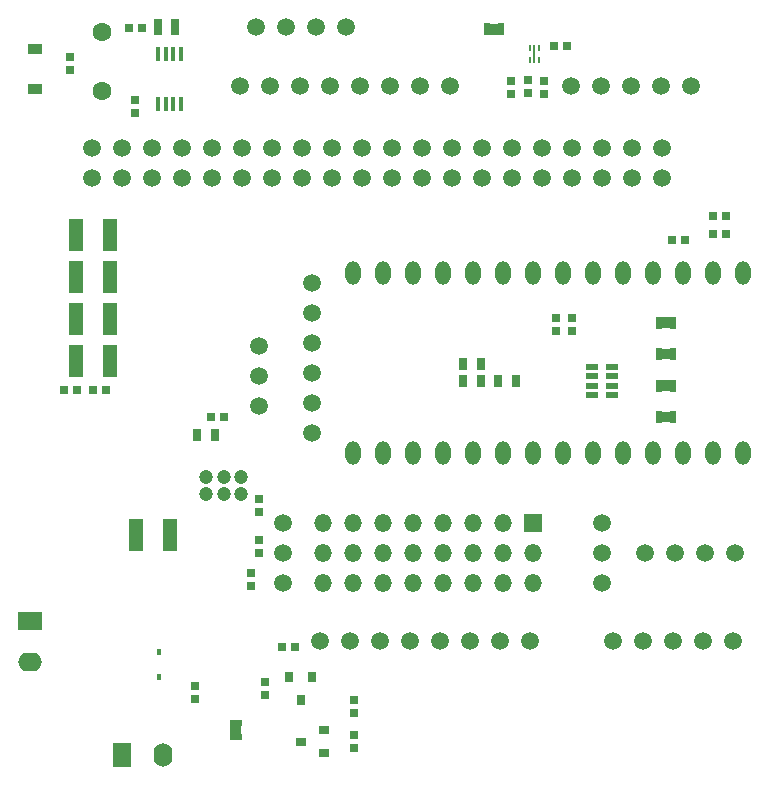
<source format=gbs>
G04 #@! TF.FileFunction,Soldermask,Bot*
%FSLAX46Y46*%
G04 Gerber Fmt 4.6, Leading zero omitted, Abs format (unit mm)*
G04 Created by KiCad (PCBNEW 4.0.6) date 09/14/17 13:16:33*
%MOMM*%
%LPD*%
G01*
G04 APERTURE LIST*
%ADD10C,0.100000*%
%ADD11C,0.500000*%
%ADD12C,1.506220*%
%ADD13O,1.300000X2.000000*%
%ADD14R,0.802640X1.102360*%
%ADD15R,0.701040X0.802640*%
%ADD16R,1.153160X2.753360*%
%ADD17R,0.450000X0.590000*%
%ADD18R,0.600000X1.000000*%
%ADD19R,1.000000X0.600000*%
%ADD20R,0.802640X0.701040*%
%ADD21R,1.102360X0.622300*%
%ADD22R,0.797560X0.899160*%
%ADD23R,0.899160X0.797560*%
%ADD24C,1.500000*%
%ADD25R,2.000000X1.600000*%
%ADD26O,2.000000X1.600000*%
%ADD27R,1.600000X2.000000*%
%ADD28O,1.600000X2.000000*%
%ADD29C,1.200000*%
%ADD30R,1.500000X1.500000*%
%ADD31O,1.500000X1.500000*%
%ADD32C,1.600000*%
%ADD33R,0.450000X1.200000*%
%ADD34R,0.200000X0.600000*%
%ADD35R,0.200000X1.600000*%
%ADD36R,0.700000X1.400000*%
%ADD37R,1.198880X0.848360*%
G04 APERTURE END LIST*
D10*
D11*
X131553000Y-85220000D02*
X132353000Y-85220000D01*
X132353000Y-85220000D02*
X132353000Y-85020000D01*
X132353000Y-85020000D02*
X131553000Y-85020000D01*
X131553000Y-85020000D02*
X131553000Y-84820000D01*
X131553000Y-84820000D02*
X132353000Y-84820000D01*
X131553000Y-82553000D02*
X132353000Y-82553000D01*
X132353000Y-82553000D02*
X132353000Y-82353000D01*
X132353000Y-82353000D02*
X131553000Y-82353000D01*
X131553000Y-82353000D02*
X131553000Y-82153000D01*
X131553000Y-82153000D02*
X132353000Y-82153000D01*
X131553000Y-79886000D02*
X132353000Y-79886000D01*
X132353000Y-79886000D02*
X132353000Y-79686000D01*
X132353000Y-79686000D02*
X131553000Y-79686000D01*
X131553000Y-79686000D02*
X131553000Y-79486000D01*
X131553000Y-79486000D02*
X132353000Y-79486000D01*
X131553000Y-77219000D02*
X132353000Y-77219000D01*
X132353000Y-77219000D02*
X132353000Y-77019000D01*
X132353000Y-77019000D02*
X131553000Y-77019000D01*
X131553000Y-77019000D02*
X131553000Y-76819000D01*
X131553000Y-76819000D02*
X132353000Y-76819000D01*
X95300000Y-111100000D02*
X95300000Y-111900000D01*
X95300000Y-111900000D02*
X95500000Y-111900000D01*
X95500000Y-111900000D02*
X95500000Y-111100000D01*
X95500000Y-111100000D02*
X95700000Y-111100000D01*
X95700000Y-111100000D02*
X95700000Y-111900000D01*
X116950000Y-52400000D02*
X117750000Y-52400000D01*
X117750000Y-52400000D02*
X117750000Y-52200000D01*
X117750000Y-52200000D02*
X116950000Y-52200000D01*
X116950000Y-52200000D02*
X116950000Y-52000000D01*
X116950000Y-52000000D02*
X117750000Y-52000000D01*
D12*
X95885000Y-57023000D03*
X98425000Y-57023000D03*
X100965000Y-57023000D03*
X103505000Y-57023000D03*
X106045000Y-57023000D03*
X108585000Y-57023000D03*
X111125000Y-57023000D03*
X113665000Y-57023000D03*
X102000000Y-86350000D03*
X102000000Y-83810000D03*
X102000000Y-81270000D03*
X102000000Y-78730000D03*
X102000000Y-76190000D03*
X102000000Y-73650000D03*
X102610000Y-104000000D03*
X105150000Y-104000000D03*
X107690000Y-104000000D03*
X110230000Y-104000000D03*
X112770000Y-104000000D03*
X115310000Y-104000000D03*
X117850000Y-104000000D03*
X120390000Y-104000000D03*
D13*
X138430000Y-88068000D03*
X138430000Y-72828000D03*
X135890000Y-88068000D03*
X135890000Y-72828000D03*
X133350000Y-88068000D03*
X133350000Y-72828000D03*
X130810000Y-88068000D03*
X130810000Y-72828000D03*
X128270000Y-88068000D03*
X128270000Y-72828000D03*
X125730000Y-88068000D03*
X125730000Y-72828000D03*
X123190000Y-88068000D03*
X123190000Y-72828000D03*
X120650000Y-88068000D03*
X120650000Y-72828000D03*
X118110000Y-88068000D03*
X118110000Y-72828000D03*
X115570000Y-88068000D03*
X115570000Y-72828000D03*
X113030000Y-88068000D03*
X113030000Y-72828000D03*
X110490000Y-88068000D03*
X110490000Y-72828000D03*
X107950000Y-88068000D03*
X107950000Y-72828000D03*
X105410000Y-88068000D03*
X105410000Y-72828000D03*
D14*
X116249300Y-80500000D03*
X114750700Y-80500000D03*
D15*
X94548640Y-85000000D03*
X93451360Y-85000000D03*
D14*
X93749300Y-86500000D03*
X92250700Y-86500000D03*
D16*
X81991200Y-80264000D03*
X84886800Y-80264000D03*
X81991200Y-73152000D03*
X84886800Y-73152000D03*
X81991200Y-69596000D03*
X84886800Y-69596000D03*
X81991200Y-76708000D03*
X84886800Y-76708000D03*
X89947800Y-95000000D03*
X87052200Y-95000000D03*
D17*
X89000000Y-104945000D03*
X89000000Y-107055000D03*
D12*
X97500000Y-78960000D03*
X97500000Y-81500000D03*
X97500000Y-84040000D03*
X130190000Y-96500000D03*
X132730000Y-96500000D03*
X135270000Y-96500000D03*
X137810000Y-96500000D03*
X99500000Y-93960000D03*
X99500000Y-96500000D03*
X99500000Y-99040000D03*
X126500000Y-93960000D03*
X126500000Y-96500000D03*
X126500000Y-99040000D03*
X123920000Y-57000000D03*
X126460000Y-57000000D03*
X129000000Y-57000000D03*
X131540000Y-57000000D03*
X134080000Y-57000000D03*
X127420000Y-104000000D03*
X129960000Y-104000000D03*
X132500000Y-104000000D03*
X135040000Y-104000000D03*
X137580000Y-104000000D03*
D18*
X131353000Y-85020000D03*
X132553000Y-85020000D03*
X131353000Y-82353000D03*
X132553000Y-82353000D03*
X131353000Y-79686000D03*
X132553000Y-79686000D03*
X131353000Y-77019000D03*
X132553000Y-77019000D03*
D19*
X95500000Y-110900000D03*
X95500000Y-112100000D03*
D14*
X119249300Y-82000000D03*
X117750700Y-82000000D03*
X116249300Y-82000000D03*
X114750700Y-82000000D03*
D15*
X132451360Y-70000000D03*
X133548640Y-70000000D03*
X135951360Y-69500000D03*
X137048640Y-69500000D03*
X135951360Y-68000000D03*
X137048640Y-68000000D03*
X99451360Y-104500000D03*
X100548640Y-104500000D03*
D20*
X105500000Y-111951360D03*
X105500000Y-113048640D03*
X92075000Y-107782360D03*
X92075000Y-108879640D03*
X105500000Y-108951360D03*
X105500000Y-110048640D03*
X97500000Y-93048640D03*
X97500000Y-91951360D03*
D15*
X80951360Y-82700000D03*
X82048640Y-82700000D03*
X83451360Y-82700000D03*
X84548640Y-82700000D03*
D20*
X122618500Y-76667360D03*
X122618500Y-77764640D03*
X123952000Y-76667360D03*
X123952000Y-77764640D03*
X96774000Y-99354640D03*
X96774000Y-98257360D03*
X97500000Y-96548640D03*
X97500000Y-95451360D03*
X98000000Y-108548640D03*
X98000000Y-107451360D03*
D21*
X125643640Y-83170880D03*
X125643640Y-82370780D03*
X125643640Y-81573220D03*
X125643640Y-80773120D03*
X127340360Y-80773120D03*
X127340360Y-81573220D03*
X127340360Y-82370780D03*
X127340360Y-83170880D03*
D22*
X100050040Y-107001780D03*
X101949960Y-107001780D03*
X101000000Y-108998220D03*
D23*
X102998220Y-111550040D03*
X102998220Y-113449960D03*
X101001780Y-112500000D03*
D24*
X83370000Y-64770000D03*
X83370000Y-62230000D03*
X85910000Y-64770000D03*
X85910000Y-62230000D03*
X88450000Y-64770000D03*
X88450000Y-62230000D03*
X90990000Y-64770000D03*
X90990000Y-62230000D03*
X93530000Y-64770000D03*
X93530000Y-62230000D03*
X96070000Y-64770000D03*
X96070000Y-62230000D03*
X98610000Y-64770000D03*
X98610000Y-62230000D03*
X101150000Y-64770000D03*
X101150000Y-62230000D03*
X103690000Y-64770000D03*
X103690000Y-62230000D03*
X106230000Y-64770000D03*
X106230000Y-62230000D03*
X108770000Y-64770000D03*
X108770000Y-62230000D03*
X111310000Y-64770000D03*
X111310000Y-62230000D03*
X113850000Y-64770000D03*
X113850000Y-62230000D03*
X116390000Y-64770000D03*
X116390000Y-62230000D03*
X118930000Y-64770000D03*
X118930000Y-62230000D03*
X121470000Y-64770000D03*
X121470000Y-62230000D03*
X124010000Y-64770000D03*
X124010000Y-62230000D03*
X126550000Y-64770000D03*
X126550000Y-62230000D03*
X129090000Y-64770000D03*
X129090000Y-62230000D03*
X131630000Y-64770000D03*
X131630000Y-62230000D03*
D25*
X78105000Y-102263000D03*
D26*
X78105000Y-105763000D03*
D27*
X85880000Y-113665000D03*
D28*
X89380000Y-113665000D03*
D29*
X92988000Y-90055000D03*
X92988000Y-91555000D03*
X94488000Y-90055000D03*
X94488000Y-91555000D03*
X95988000Y-91555000D03*
X95988000Y-90055000D03*
D30*
X120660000Y-93960000D03*
D31*
X118120000Y-93960000D03*
X115580000Y-93960000D03*
X113040000Y-93960000D03*
X110500000Y-93960000D03*
X107960000Y-93960000D03*
X105420000Y-93960000D03*
X102880000Y-93960000D03*
X120660000Y-96500000D03*
X118120000Y-96500000D03*
X115580000Y-96500000D03*
X113040000Y-96500000D03*
X110500000Y-96500000D03*
X107960000Y-96500000D03*
X105420000Y-96500000D03*
X102880000Y-96500000D03*
X120660000Y-99040000D03*
X118120000Y-99040000D03*
X115580000Y-99040000D03*
X113040000Y-99040000D03*
X110500000Y-99040000D03*
X107960000Y-99040000D03*
X105420000Y-99040000D03*
X102880000Y-99040000D03*
D32*
X84150000Y-57450000D03*
X84150000Y-52450000D03*
D20*
X121600000Y-57648640D03*
X121600000Y-56551360D03*
X86950000Y-58151360D03*
X86950000Y-59248640D03*
D15*
X87598640Y-52100000D03*
X86501360Y-52100000D03*
D18*
X116750000Y-52200000D03*
X117950000Y-52200000D03*
D20*
X118850000Y-57648640D03*
X118850000Y-56551360D03*
X120250000Y-57598640D03*
X120250000Y-56501360D03*
D15*
X123548640Y-53600000D03*
X122451360Y-53600000D03*
D20*
X81450000Y-55648640D03*
X81450000Y-54551360D03*
D33*
X88925000Y-58500000D03*
X88925000Y-54300000D03*
X89575000Y-58500000D03*
X89575000Y-54300000D03*
X90225000Y-58500000D03*
X90225000Y-54300000D03*
X90875000Y-58500000D03*
X90875000Y-54300000D03*
D34*
X121200000Y-54800000D03*
X121200000Y-53800000D03*
D35*
X120800000Y-54300000D03*
D34*
X120400000Y-53800000D03*
X120400000Y-54800000D03*
D36*
X90400000Y-51950000D03*
X88900000Y-51950000D03*
D37*
X78550000Y-57223860D03*
X78550000Y-53876140D03*
D12*
X97190000Y-52000000D03*
X99730000Y-52000000D03*
X102270000Y-52000000D03*
X104810000Y-52000000D03*
M02*

</source>
